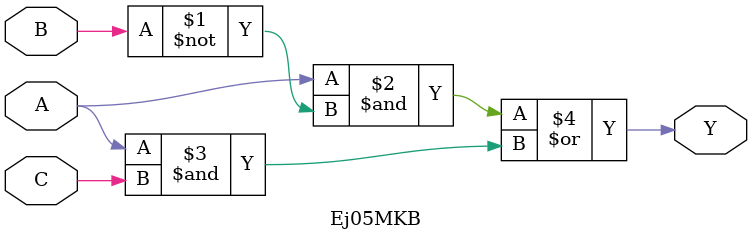
<source format=v>

module Ej05SOPGLM(input wire A, B, C, output wire Y);

	wire nB, nC, w1, w2, w3;
	not(nB, B);
	not(nC, C);
	and(w1, A, nB, nC);
	and(w2, A, nB, C);
	and(w3, A, B, C);
	or(Y, w1, w2, w3);
endmodule	

// Ejercicio05 SOP Behavior Función a implementar: Y = (A * B' * C') + (A * B' * C) + (A * B * C)

module Ej05SOPB(input wire A, B, C, output wire Y);

	assign Y = (A & ~B & ~C) | (A & ~B & C) | (A & B & C);
endmodule	

// Ejercicio05 POS Gate Level Modelling Función a implementar: Y = (A + B + C) * (A + B + C') * (A + B' + C) * (A + B' + C') * (A' + B' + C)

module Ej05POSGLM(input wire A, B, C, output wire Y);

	wire nA, nB, nC, w1, w2, w3, w4, w5;
	not(nA, A);
	not(nB, B);
	not(nC, C);
	or(w1, A, B, C);
	or(w2, A, B, nC);
	or(w3, A, nB, C);
	or(w4, A, nB, nC);
	or(w5, nA, nB, C);
	and(Y, w1, w2, w3, w4, w5);
endmodule	

// Ejercicio05 POS Behavior Función a implementar: Y = (A + B + C) * (A + B + C') * (A + B' + C) * (A + B' + C') * (A' + B' + C)

module Ej05POSB(input wire A, B, C, output wire Y);

	assign Y = (A | B | C) & (A | B | ~C) & (A | ~B | C) & (A | ~B | ~C) & (~A | ~B | C);
endmodule	

// Ejercicio05 Mapa de Karnaugh Gate Level Modelling Función a implementar: Y = (A * B') + (A * C)

module Ej05MKGLM(input wire A, B, C, output wire Y);

	wire nB, w1, w2, w3;
	not(nB, B);
	and(w1, A, nB);
	and(w2, A, C);
	or(Y, w1, w2);
endmodule	

// Ejercicio05 Mapa de Karnaugh Behavior Función a implementar: Y = (A * B') + (A * C)

module Ej05MKB(input wire A, B, C, output wire Y);

	assign Y = (A & ~B ) | (A & C);
endmodule	
</source>
